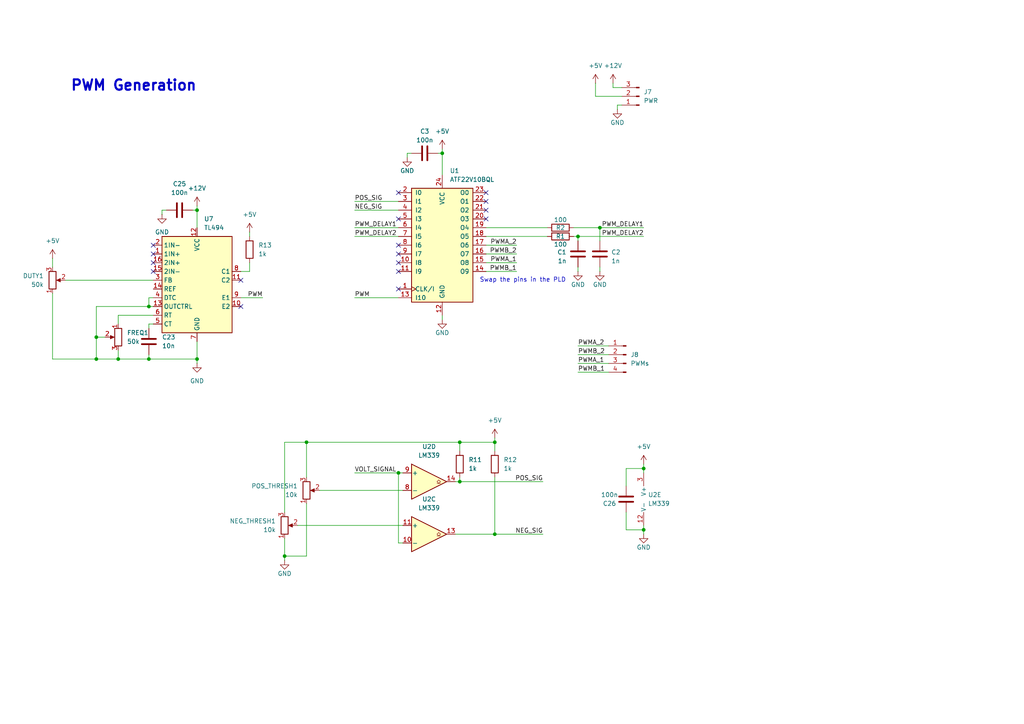
<source format=kicad_sch>
(kicad_sch (version 20231120) (generator "eeschema") (generator_version "8.0")
  (paper "A4")
  (lib_symbols
    (symbol "Amplifier_Operational:LM358" (pin_names (offset 0.127))
      (property "Reference" "U" (at 0 5.08 0))
      (property "Value" "LM358" (at 0 -5.08 0))
      (symbol "LM358_1_1"
        (polyline (pts (xy -5.08 5.08) (xy 5.08 0) (xy -5.08 -5.08) (xy -5.08 5.08)) (stroke (width 0.254)) (fill (type background)))
        (pin output line (at 7.62 0 180) (length 2.54) (name "~") (number "1"))
        (pin input line (at -7.62 -2.54 0) (length 2.54) (name "-") (number "2"))
        (pin input line (at -7.62 2.54 0) (length 2.54) (name "+") (number "3"))
      )
      (symbol "LM358_2_1"
        (polyline (pts (xy -5.08 5.08) (xy 5.08 0) (xy -5.08 -5.08) (xy -5.08 5.08)) (stroke (width 0.254)) (fill (type background)))
        (pin input line (at -7.62 2.54 0) (length 2.54) (name "+") (number "5"))
        (pin input line (at -7.62 -2.54 0) (length 2.54) (name "-") (number "6"))
        (pin output line (at 7.62 0 180) (length 2.54) (name "~") (number "7"))
      )
      (symbol "LM358_3_1"
        (pin power_in line (at -2.54 -7.62 90) (length 3.81) (name "V-") (number "4"))
        (pin power_in line (at -2.54 7.62 270) (length 3.81) (name "V+") (number "8"))
      )
    )
    (symbol "Comparator:LM339" (pin_names (offset 0.127))
      (property "Reference" "U" (at 0 5.08 0))
      (property "Value" "LM339" (at 0 -5.08 0))
      (symbol "LM339_1_1"
        (polyline (pts (xy -5.08 5.08) (xy 5.08 0) (xy -5.08 -5.08) (xy -5.08 5.08)) (stroke (width 0.254)) (fill (type background)))
        (polyline (pts (xy 3.302 -0.508) (xy 2.794 -0.508) (xy 3.302 0) (xy 2.794 0.508) (xy 2.286 0) (xy 2.794 -0.508) (xy 2.286 -0.508)) (stroke (width 0.127)))
        (pin open_collector line (at 7.62 0 180) (length 2.54) (name "~") (number "2"))
        (pin input line (at -7.62 -2.54 0) (length 2.54) (name "-") (number "4"))
        (pin input line (at -7.62 2.54 0) (length 2.54) (name "+") (number "5"))
      )
      (symbol "LM339_2_1"
        (polyline (pts (xy -5.08 5.08) (xy 5.08 0) (xy -5.08 -5.08) (xy -5.08 5.08)) (stroke (width 0.254)) (fill (type background)))
        (polyline (pts (xy 3.302 -0.508) (xy 2.794 -0.508) (xy 3.302 0) (xy 2.794 0.508) (xy 2.286 0) (xy 2.794 -0.508) (xy 2.286 -0.508)) (stroke (width 0.127)))
        (pin open_collector line (at 7.62 0 180) (length 2.54) (name "~") (number "1"))
        (pin input line (at -7.62 -2.54 0) (length 2.54) (name "-") (number "6"))
        (pin input line (at -7.62 2.54 0) (length 2.54) (name "+") (number "7"))
      )
      (symbol "LM339_3_1"
        (polyline (pts (xy -5.08 5.08) (xy 5.08 0) (xy -5.08 -5.08) (xy -5.08 5.08)) (stroke (width 0.254)) (fill (type background)))
        (polyline (pts (xy 3.302 -0.508) (xy 2.794 -0.508) (xy 3.302 0) (xy 2.794 0.508) (xy 2.286 0) (xy 2.794 -0.508) (xy 2.286 -0.508)) (stroke (width 0.127)))
        (pin input line (at -7.62 -2.54 0) (length 2.54) (name "-") (number "10"))
        (pin input line (at -7.62 2.54 0) (length 2.54) (name "+") (number "11"))
        (pin open_collector line (at 7.62 0 180) (length 2.54) (name "~") (number "13"))
      )
      (symbol "LM339_4_1"
        (polyline (pts (xy -5.08 5.08) (xy 5.08 0) (xy -5.08 -5.08) (xy -5.08 5.08)) (stroke (width 0.254)) (fill (type background)))
        (polyline (pts (xy 3.302 -0.508) (xy 2.794 -0.508) (xy 3.302 0) (xy 2.794 0.508) (xy 2.286 0) (xy 2.794 -0.508) (xy 2.286 -0.508)) (stroke (width 0.127)))
        (pin open_collector line (at 7.62 0 180) (length 2.54) (name "~") (number "14"))
        (pin input line (at -7.62 -2.54 0) (length 2.54) (name "-") (number "8"))
        (pin input line (at -7.62 2.54 0) (length 2.54) (name "+") (number "9"))
      )
      (symbol "LM339_5_1"
        (pin power_in line (at -2.54 -7.62 90) (length 3.81) (name "V-") (number "12"))
        (pin power_in line (at -2.54 7.62 270) (length 3.81) (name "V+") (number "3"))
      )
    )
    (symbol "Connector:Conn_01x02_Pin" (pin_names (offset 1.016) hide)
      (property "Reference" "J" (at 0 2.54 0))
      (property "Value" "Conn_01x02_Pin" (at 0 -5.08 0))
      (symbol "Conn_01x02_Pin_1_1"
        (polyline (pts (xy 1.27 -2.54) (xy 0.8636 -2.54)) (stroke (width 0.1524)))
        (polyline (pts (xy 1.27 0) (xy 0.8636 0)) (stroke (width 0.1524)))
        (rectangle (start 0.8636 -2.413) (end 0 -2.667) (stroke (width 0.1524)) (fill (type outline)))
        (rectangle (start 0.8636 0.127) (end 0 -0.127) (stroke (width 0.1524)) (fill (type outline)))
        (pin passive line (at 5.08 0 180) (length 3.81) (name "Pin_1") (number "1"))
        (pin passive line (at 5.08 -2.54 180) (length 3.81) (name "Pin_2") (number "2"))
      )
    )
    (symbol "Connector:Conn_01x03_Pin" (pin_names (offset 1.016) hide)
      (property "Reference" "J" (at 0 5.08 0))
      (property "Value" "Conn_01x03_Pin" (at 0 -5.08 0))
      (symbol "Conn_01x03_Pin_1_1"
        (polyline (pts (xy 1.27 -2.54) (xy 0.8636 -2.54)) (stroke (width 0.1524)))
        (polyline (pts (xy 1.27 0) (xy 0.8636 0)) (stroke (width 0.1524)))
        (polyline (pts (xy 1.27 2.54) (xy 0.8636 2.54)) (stroke (width 0.1524)))
        (rectangle (start 0.8636 -2.413) (end 0 -2.667) (stroke (width 0.1524)) (fill (type outline)))
        (rectangle (start 0.8636 0.127) (end 0 -0.127) (stroke (width 0.1524)) (fill (type outline)))
        (rectangle (start 0.8636 2.667) (end 0 2.413) (stroke (width 0.1524)) (fill (type outline)))
        (pin passive line (at 5.08 2.54 180) (length 3.81) (name "Pin_1") (number "1"))
        (pin passive line (at 5.08 0 180) (length 3.81) (name "Pin_2") (number "2"))
        (pin passive line (at 5.08 -2.54 180) (length 3.81) (name "Pin_3") (number "3"))
      )
    )
    (symbol "Connector:Conn_01x04_Pin" (pin_names (offset 1.016) hide)
      (property "Reference" "J" (at 0 5.08 0))
      (property "Value" "Conn_01x04_Pin" (at 0 -7.62 0))
      (symbol "Conn_01x04_Pin_1_1"
        (polyline (pts (xy 1.27 -5.08) (xy 0.8636 -5.08)) (stroke (width 0.1524)))
        (polyline (pts (xy 1.27 -2.54) (xy 0.8636 -2.54)) (stroke (width 0.1524)))
        (polyline (pts (xy 1.27 0) (xy 0.8636 0)) (stroke (width 0.1524)))
        (polyline (pts (xy 1.27 2.54) (xy 0.8636 2.54)) (stroke (width 0.1524)))
        (rectangle (start 0.8636 -4.953) (end 0 -5.207) (stroke (width 0.1524)) (fill (type outline)))
        (rectangle (start 0.8636 -2.413) (end 0 -2.667) (stroke (width 0.1524)) (fill (type outline)))
        (rectangle (start 0.8636 0.127) (end 0 -0.127) (stroke (width 0.1524)) (fill (type outline)))
        (rectangle (start 0.8636 2.667) (end 0 2.413) (stroke (width 0.1524)) (fill (type outline)))
        (pin passive line (at 5.08 2.54 180) (length 3.81) (name "Pin_1") (number "1"))
        (pin passive line (at 5.08 0 180) (length 3.81) (name "Pin_2") (number "2"))
        (pin passive line (at 5.08 -2.54 180) (length 3.81) (name "Pin_3") (number "3"))
        (pin passive line (at 5.08 -5.08 180) (length 3.81) (name "Pin_4") (number "4"))
      )
    )
    (symbol "Connector:Jack-DC" (pin_names (offset 1.016))
      (property "Reference" "J" (at 0 5.334 0))
      (property "Value" "Jack-DC" (at 0 -5.08 0))
      (symbol "Jack-DC_0_1"
        (rectangle (start -5.08 3.81) (end 5.08 -3.81) (stroke (width 0.254)) (fill (type background)))
        (arc (start -3.302 3.175) (mid -3.9342 2.54) (end -3.302 1.905) (stroke (width 0.254)))
        (arc (start -3.302 3.175) (mid -3.9342 2.54) (end -3.302 1.905) (stroke (width 0.254)) (fill (type outline)))
        (polyline (pts (xy 5.08 2.54) (xy 3.81 2.54)) (stroke (width 0.254)))
        (polyline (pts (xy -3.81 -2.54) (xy -2.54 -2.54) (xy -1.27 -1.27) (xy 0 -2.54) (xy 2.54 -2.54) (xy 5.08 -2.54)) (stroke (width 0.254)))
        (rectangle (start 3.683 3.175) (end -3.302 1.905) (stroke (width 0.254)) (fill (type outline)))
      )
      (symbol "Jack-DC_1_1"
        (pin passive line (at 7.62 2.54 180) (length 2.54) (name "~") (number "1"))
        (pin passive line (at 7.62 -2.54 180) (length 2.54) (name "~") (number "2"))
      )
    )
    (symbol "Device:C" (pin_numbers hide) (pin_names (offset 0.254))
      (property "Reference" "C" (at 0.635 2.54 0))
      (property "Value" "C" (at 0.635 -2.54 0))
      (symbol "C_0_1"
        (polyline (pts (xy -2.032 -0.762) (xy 2.032 -0.762)) (stroke (width 0.508)))
        (polyline (pts (xy -2.032 0.762) (xy 2.032 0.762)) (stroke (width 0.508)))
      )
      (symbol "C_1_1"
        (pin passive line (at 0 3.81 270) (length 2.794) (name "~") (number "1"))
        (pin passive line (at 0 -3.81 90) (length 2.794) (name "~") (number "2"))
      )
    )
    (symbol "Device:C_Polarized" (pin_numbers hide) (pin_names (offset 0.254))
      (property "Reference" "C" (at 0.635 2.54 0))
      (property "Value" "C_Polarized" (at 0.635 -2.54 0))
      (symbol "C_Polarized_0_1"
        (rectangle (start -2.286 0.508) (end 2.286 1.016))
        (polyline (pts (xy -1.778 2.286) (xy -0.762 2.286)))
        (polyline (pts (xy -1.27 2.794) (xy -1.27 1.778)))
        (rectangle (start 2.286 -0.508) (end -2.286 -1.016) (fill (type outline)))
      )
      (symbol "C_Polarized_1_1"
        (pin passive line (at 0 3.81 270) (length 2.794) (name "~") (number "1"))
        (pin passive line (at 0 -3.81 90) (length 2.794) (name "~") (number "2"))
      )
    )
    (symbol "Device:R" (pin_numbers hide) (pin_names (offset 0))
      (property "Reference" "R" (at 2.032 0 90))
      (property "Value" "R" (at 0 0 90))
      (symbol "R_0_1"
        (rectangle (start -1.016 -2.54) (end 1.016 2.54) (stroke (width 0.254)))
      )
      (symbol "R_1_1"
        (pin passive line (at 0 3.81 270) (length 1.27) (name "~") (number "1"))
        (pin passive line (at 0 -3.81 90) (length 1.27) (name "~") (number "2"))
      )
    )
    (symbol "Device:R_Potentiometer" (pin_names (offset 1.016) hide)
      (property "Reference" "RV" (at -4.445 0 90))
      (property "Value" "R_Potentiometer" (at -2.54 0 90))
      (symbol "R_Potentiometer_0_1"
        (polyline (pts (xy 2.54 0) (xy 1.524 0)))
        (polyline (pts (xy 1.143 0) (xy 2.286 0.508) (xy 2.286 -0.508) (xy 1.143 0)) (fill (type outline)))
        (rectangle (start 1.016 2.54) (end -1.016 -2.54) (stroke (width 0.254)))
      )
      (symbol "R_Potentiometer_1_1"
        (pin passive line (at 0 3.81 270) (length 1.27) (name "1") (number "1"))
        (pin passive line (at 3.81 0 180) (length 1.27) (name "2") (number "2"))
        (pin passive line (at 0 -3.81 90) (length 1.27) (name "3") (number "3"))
      )
    )
    (symbol "Logic_Programmable:PAL20RS10" (pin_names (offset 1.016))
      (property "Reference" "U1" (at 2.1941 21.59 0))
      (property "Value" "ATF22V10BQL" (at 2.1941 19.05 0))
      (symbol "PAL20RS10_0_1"
        (rectangle (start -8.89 -16.51) (end 8.89 16.51) (stroke (width 0.254)) (fill (type background)))
      )
      (symbol "PAL20RS10_1_1"
        (pin input clock (at -12.7 -12.7 0) (length 3.81) (name "CLK/I") (number "1"))
        (pin input line (at -12.7 -5.08 0) (length 3.81) (name "I8") (number "10"))
        (pin input line (at -12.7 -7.62 0) (length 3.81) (name "I9") (number "11"))
        (pin power_in line (at 0 -20.32 90) (length 3.81) (name "GND") (number "12"))
        (pin input line (at -12.7 -15.24 0) (length 3.81) (name "I10") (number "13"))
        (pin output line (at 12.7 -7.62 180) (length 3.81) (name "O9") (number "14"))
        (pin output line (at 12.7 -5.08 180) (length 3.81) (name "O8") (number "15"))
        (pin output line (at 12.7 -2.54 180) (length 3.81) (name "O7") (number "16"))
        (pin output line (at 12.7 0 180) (length 3.81) (name "O6") (number "17"))
        (pin output line (at 12.7 2.54 180) (length 3.81) (name "O5") (number "18"))
        (pin output line (at 12.7 5.08 180) (length 3.81) (name "O4") (number "19"))
        (pin input line (at -12.7 15.24 0) (length 3.81) (name "I0") (number "2"))
        (pin output line (at 12.7 7.62 180) (length 3.81) (name "O3") (number "20"))
        (pin output line (at 12.7 10.16 180) (length 3.81) (name "O2") (number "21"))
        (pin output line (at 12.7 12.7 180) (length 3.81) (name "O1") (number "22"))
        (pin output line (at 12.7 15.24 180) (length 3.81) (name "O0") (number "23"))
        (pin power_in line (at 0 20.32 270) (length 3.81) (name "VCC") (number "24"))
        (pin input line (at -12.7 12.7 0) (length 3.81) (name "I1") (number "3"))
        (pin input line (at -12.7 10.16 0) (length 3.81) (name "I2") (number "4"))
        (pin input line (at -12.7 7.62 0) (length 3.81) (name "I3") (number "5"))
        (pin input line (at -12.7 5.08 0) (length 3.81) (name "I4") (number "6"))
        (pin input line (at -12.7 2.54 0) (length 3.81) (name "I5") (number "7"))
        (pin input line (at -12.7 0 0) (length 3.81) (name "I6") (number "8"))
        (pin input line (at -12.7 -2.54 0) (length 3.81) (name "I7") (number "9"))
      )
    )
    (symbol "Regulator_Controller:TL494"
      (property "Reference" "U" (at 3.81 19.05 0))
      (property "Value" "TL494" (at 3.81 16.51 0))
      (symbol "TL494_0_1"
        (rectangle (start -10.16 -12.7) (end 10.16 15.24) (stroke (width 0.254)) (fill (type background)))
      )
      (symbol "TL494_1_1"
        (pin input line (at -12.7 10.16 0) (length 2.54) (name "1IN+") (number "1"))
        (pin passive line (at 12.7 -5.08 180) (length 2.54) (name "E2") (number "10"))
        (pin passive line (at 12.7 2.54 180) (length 2.54) (name "C2") (number "11"))
        (pin power_in line (at 0 17.78 270) (length 2.54) (name "VCC") (number "12"))
        (pin input line (at -12.7 -5.08 0) (length 2.54) (name "OUTCTRL") (number "13"))
        (pin power_out line (at -12.7 0 0) (length 2.54) (name "REF") (number "14"))
        (pin input line (at -12.7 5.08 0) (length 2.54) (name "2IN-") (number "15"))
        (pin input line (at -12.7 7.62 0) (length 2.54) (name "2IN+") (number "16"))
        (pin input line (at -12.7 12.7 0) (length 2.54) (name "1IN-") (number "2"))
        (pin output line (at -12.7 2.54 0) (length 2.54) (name "FB") (number "3"))
        (pin input line (at -12.7 -2.54 0) (length 2.54) (name "DTC") (number "4"))
        (pin passive line (at -12.7 -10.16 0) (length 2.54) (name "CT") (number "5"))
        (pin passive line (at -12.7 -7.62 0) (length 2.54) (name "RT") (number "6"))
        (pin power_in line (at 0 -15.24 90) (length 2.54) (name "GND") (number "7"))
        (pin passive line (at 12.7 5.08 180) (length 2.54) (name "C1") (number "8"))
        (pin passive line (at 12.7 -2.54 180) (length 2.54) (name "E1") (number "9"))
      )
    )
    (symbol "Regulator_Linear:L78L05_TO92" (pin_names (offset 0.254))
      (property "Reference" "U" (at -3.81 3.175 0))
      (property "Value" "L78L05_TO92" (at 0 3.175 0))
      (symbol "L78L05_TO92_0_1"
        (rectangle (start -5.08 -5.08) (end 5.08 1.905) (stroke (width 0.254)) (fill (type background)))
      )
      (symbol "L78L05_TO92_1_1"
        (pin power_out line (at 7.62 0 180) (length 2.54) (name "VO") (number "1"))
        (pin power_in line (at 0 -7.62 90) (length 2.54) (name "GND") (number "2"))
        (pin power_in line (at -7.62 0 0) (length 2.54) (name "VI") (number "3"))
      )
    )
    (symbol "power:+12V" (power) (pin_names (offset 0))
      (property "Value" "+12V" (at 0 3.556 0))
      (symbol "+12V_0_1"
        (polyline (pts (xy -0.762 1.27) (xy 0 2.54)))
        (polyline (pts (xy 0 0) (xy 0 2.54)))
        (polyline (pts (xy 0 2.54) (xy 0.762 1.27)))
      )
      (symbol "+12V_1_1"
        (pin power_in line (at 0 0 90) (length 0) hide (name "+12V") (number "1"))
      )
    )
    (symbol "power:+5V" (power) (pin_numbers hide) (pin_names (offset 0) hide)
      (property "Value" "+5V" (at 0 3.556 0))
      (symbol "+5V_0_1"
        (polyline (pts (xy -0.762 1.27) (xy 0 2.54)))
        (polyline (pts (xy 0 0) (xy 0 2.54)))
        (polyline (pts (xy 0 2.54) (xy 0.762 1.27)))
      )
      (symbol "+5V_1_1"
        (pin power_in line (at 0 0 90) (length 0) (name "~") (number "1"))
      )
    )
    (symbol "power:GND" (power) (pin_numbers hide) (pin_names (offset 0) hide)
      (property "Value" "GND" (at 0 -3.81 0))
      (symbol "GND_0_1"
        (polyline (pts (xy 0 0) (xy 0 -1.27) (xy 1.27 -1.27) (xy 0 -2.54) (xy -1.27 -1.27) (xy 0 -1.27)))
      )
      (symbol "GND_1_1"
        (pin power_in line (at 0 0 270) (length 0) (name "~") (number "1"))
      )
    )
  )
  (junction (at 77.47 -21.59))
  (junction (at 43.18 104.14))
  (junction (at 167.64 68.58))
  (junction (at 186.69 153.67))
  (junction (at 143.51 128.27))
  (junction (at 43.18 88.9))
  (junction (at 133.35 128.27))
  (junction (at 34.29 104.14))
  (junction (at 173.99 66.04))
  (junction (at 130.81 232.41))
  (junction (at 99.06 -21.59))
  (junction (at 128.27 44.45))
  (junction (at 130.81 250.19))
  (junction (at 27.94 104.14))
  (junction (at 133.35 139.7))
  (junction (at 88.9 128.27))
  (junction (at 57.15 104.14))
  (junction (at 186.69 229.87))
  (junction (at 82.55 161.29))
  (junction (at 177.8 229.87))
  (junction (at 194.31 229.87))
  (junction (at 88.9 -8.89))
  (junction (at 186.69 135.89))
  (junction (at 57.15 60.96))
  (junction (at 27.94 97.79))
  (junction (at 115.57 137.16))
  (junction (at 143.51 154.94))
  (junction (at 85.09 224.79))
  (no_connect (at 140.97 60.96))
  (no_connect (at 140.97 55.88))
  (no_connect (at 115.57 71.12))
  (no_connect (at 69.85 88.9))
  (no_connect (at 140.97 58.42))
  (no_connect (at 115.57 55.88))
  (no_connect (at 115.57 63.5))
  (no_connect (at 115.57 73.66))
  (no_connect (at 115.57 78.74))
  (no_connect (at 115.57 83.82))
  (no_connect (at 115.57 76.2))
  (no_connect (at 69.85 81.28))
  (no_connect (at 140.97 63.5))
  (no_connect (at 44.45 76.2))
  (no_connect (at 44.45 71.12))
  (no_connect (at 44.45 78.74))
  (no_connect (at 44.45 73.66))
  (wire (pts (xy 43.18 104.14) (xy 57.15 104.14)))
  (wire (pts (xy 85.09 224.79) (xy 85.09 226.06)))
  (wire (pts (xy 186.69 135.89) (xy 186.69 137.16)))
  (wire (pts (xy 82.55 128.27) (xy 88.9 128.27)))
  (wire (pts (xy 115.57 157.48) (xy 116.84 157.48)))
  (wire (pts (xy 86.36 152.4) (xy 116.84 152.4)))
  (wire (pts (xy 186.69 238.76) (xy 186.69 240.03)))
  (wire (pts (xy 140.97 66.04) (xy 158.75 66.04)))
  (wire (pts (xy 72.39 76.2) (xy 72.39 78.74)))
  (wire (pts (xy 115.57 137.16) (xy 115.57 157.48)))
  (wire (pts (xy 130.81 248.92) (xy 130.81 250.19)))
  (wire (pts (xy 85.09 224.79) (xy 86.36 224.79)))
  (wire (pts (xy 102.87 58.42) (xy 115.57 58.42)))
  (wire (pts (xy 166.37 68.58) (xy 167.64 68.58)))
  (wire (pts (xy 69.85 78.74) (xy 72.39 78.74)))
  (wire (pts (xy 176.53 100.33) (xy 167.64 100.33)))
  (wire (pts (xy 118.11 44.45) (xy 119.38 44.45)))
  (wire (pts (xy 130.81 232.41) (xy 130.81 233.68)))
  (wire (pts (xy 15.24 85.09) (xy 15.24 104.14)))
  (wire (pts (xy 152.4 222.25) (xy 152.4 223.52)))
  (wire (pts (xy 203.2 224.79) (xy 190.5 224.79)))
  (wire (pts (xy 88.9 128.27) (xy 88.9 138.43)))
  (wire (pts (xy 118.11 45.72) (xy 118.11 44.45)))
  (wire (pts (xy 173.99 77.47) (xy 173.99 78.74)))
  (wire (pts (xy 179.07 30.48) (xy 180.34 30.48)))
  (wire (pts (xy 92.71 142.24) (xy 116.84 142.24)))
  (wire (pts (xy 43.18 102.87) (xy 43.18 104.14)))
  (wire (pts (xy 128.27 91.44) (xy 128.27 92.71)))
  (wire (pts (xy 88.9 146.05) (xy 88.9 161.29)))
  (wire (pts (xy 88.9 -13.97) (xy 88.9 -8.89)))
  (wire (pts (xy 34.29 91.44) (xy 44.45 91.44)))
  (wire (pts (xy 133.35 138.43) (xy 133.35 139.7)))
  (wire (pts (xy 130.81 231.14) (xy 130.81 232.41)))
  (wire (pts (xy 27.94 97.79) (xy 30.48 97.79)))
  (wire (pts (xy 194.31 229.87) (xy 194.31 231.14)))
  (wire (pts (xy 194.31 238.76) (xy 194.31 240.03)))
  (wire (pts (xy 186.69 219.71) (xy 186.69 220.98)))
  (wire (pts (xy 172.72 24.13) (xy 172.72 27.94)))
  (wire (pts (xy 181.61 148.59) (xy 181.61 153.67)))
  (wire (pts (xy 143.51 138.43) (xy 143.51 154.94)))
  (wire (pts (xy 57.15 66.04) (xy 57.15 60.96)))
  (wire (pts (xy 186.69 154.94) (xy 186.69 153.67)))
  (wire (pts (xy 60.96 -15.24) (xy 60.96 -13.97)))
  (wire (pts (xy 210.82 223.52) (xy 209.55 223.52)))
  (wire (pts (xy 140.97 73.66) (xy 149.86 73.66)))
  (wire (pts (xy 59.69 -15.24) (xy 60.96 -15.24)))
  (wire (pts (xy 143.51 128.27) (xy 143.51 130.81)))
  (wire (pts (xy 167.64 77.47) (xy 167.64 78.74)))
  (wire (pts (xy 176.53 229.87) (xy 177.8 229.87)))
  (wire (pts (xy 55.88 60.96) (xy 57.15 60.96)))
  (wire (pts (xy 177.8 25.4) (xy 177.8 24.13)))
  (wire (pts (xy 82.55 148.59) (xy 82.55 128.27)))
  (wire (pts (xy 125.73 237.49) (xy 125.73 232.41)))
  (wire (pts (xy 27.94 88.9) (xy 27.94 97.79)))
  (wire (pts (xy 82.55 156.21) (xy 82.55 161.29)))
  (wire (pts (xy 140.97 76.2) (xy 149.86 76.2)))
  (wire (pts (xy 140.97 78.74) (xy 149.86 78.74)))
  (wire (pts (xy 186.69 229.87) (xy 186.69 231.14)))
  (wire (pts (xy 69.85 86.36) (xy 76.2 86.36)))
  (wire (pts (xy 102.87 68.58) (xy 115.57 68.58)))
  (wire (pts (xy 161.29 232.41) (xy 160.02 232.41)))
  (wire (pts (xy 167.64 68.58) (xy 186.69 68.58)))
  (wire (pts (xy 143.51 127) (xy 143.51 128.27)))
  (wire (pts (xy 160.02 237.49) (xy 177.8 237.49)))
  (wire (pts (xy 128.27 43.18) (xy 128.27 44.45)))
  (wire (pts (xy 127 44.45) (xy 128.27 44.45)))
  (wire (pts (xy 82.55 161.29) (xy 82.55 162.56)))
  (wire (pts (xy 167.64 68.58) (xy 167.64 69.85)))
  (wire (pts (xy 19.05 81.28) (xy 44.45 81.28)))
  (wire (pts (xy 27.94 88.9) (xy 43.18 88.9)))
  (wire (pts (xy 57.15 104.14) (xy 57.15 99.06)))
  (wire (pts (xy 209.55 229.87) (xy 209.55 226.06)))
  (wire (pts (xy 102.87 66.04) (xy 115.57 66.04)))
  (wire (pts (xy 99.06 -8.89) (xy 88.9 -8.89)))
  (wire (pts (xy 176.53 105.41) (xy 167.64 105.41)))
  (wire (pts (xy 43.18 93.98) (xy 43.18 95.25)))
  (wire (pts (xy 46.99 60.96) (xy 46.99 62.23)))
  (wire (pts (xy 133.35 128.27) (xy 133.35 130.81)))
  (wire (pts (xy 132.08 154.94) (xy 143.51 154.94)))
  (wire (pts (xy 209.55 226.06) (xy 210.82 226.06)))
  (wire (pts (xy 27.94 97.79) (xy 27.94 104.14)))
  (wire (pts (xy 133.35 139.7) (xy 157.48 139.7)))
  (wire (pts (xy 44.45 93.98) (xy 43.18 93.98)))
  (wire (pts (xy 186.69 152.4) (xy 186.69 153.67)))
  (wire (pts (xy 125.73 232.41) (xy 130.81 232.41)))
  (wire (pts (xy 85.09 219.71) (xy 85.09 224.79)))
  (wire (pts (xy 209.55 219.71) (xy 186.69 219.71)))
  (wire (pts (xy 177.8 237.49) (xy 177.8 229.87)))
  (wire (pts (xy 57.15 104.14) (xy 57.15 105.41)))
  (wire (pts (xy 172.72 27.94) (xy 180.34 27.94)))
  (wire (pts (xy 194.31 229.87) (xy 209.55 229.87)))
  (wire (pts (xy 34.29 101.6) (xy 34.29 104.14)))
  (wire (pts (xy 48.26 60.96) (xy 46.99 60.96)))
  (wire (pts (xy 128.27 44.45) (xy 128.27 50.8)))
  (wire (pts (xy 125.73 250.19) (xy 130.81 250.19)))
  (wire (pts (xy 133.35 139.7) (xy 132.08 139.7)))
  (wire (pts (xy 34.29 104.14) (xy 43.18 104.14)))
  (wire (pts (xy 130.81 251.46) (xy 130.81 250.19)))
  (wire (pts (xy 176.53 102.87) (xy 167.64 102.87)))
  (wire (pts (xy 96.52 -21.59) (xy 99.06 -21.59)))
  (wire (pts (xy 176.53 107.95) (xy 167.64 107.95)))
  (wire (pts (xy 143.51 154.94) (xy 157.48 154.94)))
  (wire (pts (xy 180.34 25.4) (xy 177.8 25.4)))
  (wire (pts (xy 173.99 66.04) (xy 186.69 66.04)))
  (wire (pts (xy 77.47 -8.89) (xy 88.9 -8.89)))
  (wire (pts (xy 15.24 74.93) (xy 15.24 77.47)))
  (wire (pts (xy 143.51 128.27) (xy 133.35 128.27)))
  (wire (pts (xy 102.87 137.16) (xy 115.57 137.16)))
  (wire (pts (xy 43.18 88.9) (xy 44.45 88.9)))
  (wire (pts (xy 209.55 219.71) (xy 209.55 223.52)))
  (wire (pts (xy 43.18 86.36) (xy 43.18 88.9)))
  (wire (pts (xy 173.99 69.85) (xy 173.99 66.04)))
  (wire (pts (xy 186.69 134.62) (xy 186.69 135.89)))
  (wire (pts (xy 160.02 232.41) (xy 160.02 237.49)))
  (wire (pts (xy 88.9 -8.89) (xy 88.9 -7.62)))
  (wire (pts (xy 99.06 -22.86) (xy 99.06 -21.59)))
  (wire (pts (xy 44.45 86.36) (xy 43.18 86.36)))
  (wire (pts (xy 77.47 -21.59) (xy 77.47 -19.05)))
  (wire (pts (xy 181.61 140.97) (xy 181.61 135.89)))
  (wire (pts (xy 77.47 -22.86) (xy 77.47 -21.59)))
  (wire (pts (xy 81.28 -21.59) (xy 77.47 -21.59)))
  (wire (pts (xy 140.97 71.12) (xy 149.86 71.12)))
  (wire (pts (xy 99.06 -8.89) (xy 99.06 -11.43)))
  (wire (pts (xy 102.87 86.36) (xy 115.57 86.36)))
  (wire (pts (xy 181.61 135.89) (xy 186.69 135.89)))
  (wire (pts (xy 88.9 128.27) (xy 133.35 128.27)))
  (wire (pts (xy 59.69 -20.32) (xy 60.96 -20.32)))
  (wire (pts (xy 125.73 245.11) (xy 125.73 250.19)))
  (wire (pts (xy 86.36 219.71) (xy 85.09 219.71)))
  (wire (pts (xy 34.29 91.44) (xy 34.29 93.98)))
  (wire (pts (xy 186.69 229.87) (xy 186.69 228.6)))
  (wire (pts (xy 82.55 161.29) (xy 88.9 161.29)))
  (wire (pts (xy 99.06 -21.59) (xy 99.06 -19.05)))
  (wire (pts (xy 57.15 59.69) (xy 57.15 60.96)))
  (wire (pts (xy 27.94 104.14) (xy 34.29 104.14)))
  (wire (pts (xy 15.24 104.14) (xy 27.94 104.14)))
  (wire (pts (xy 152.4 231.14) (xy 152.4 232.41)))
  (wire (pts (xy 177.8 229.87) (xy 186.69 229.87)))
  (wire (pts (xy 173.99 66.04) (xy 166.37 66.04)))
  (wire (pts (xy 60.96 -20.32) (xy 60.96 -21.59)))
  (wire (pts (xy 181.61 153.67) (xy 186.69 153.67)))
  (wire (pts (xy 77.47 -11.43) (xy 77.47 -8.89)))
  (wire (pts (xy 116.84 137.16) (xy 115.57 137.16)))
  (wire (pts (xy 140.97 68.58) (xy 158.75 68.58)))
  (wire (pts (xy 186.69 229.87) (xy 194.31 229.87)))
  (wire (pts (xy 72.39 67.31) (xy 72.39 68.58)))
  (wire (pts (xy 102.87 60.96) (xy 115.57 60.96)))
  (wire (pts (xy 179.07 31.75) (xy 179.07 30.48)))
  (wire (pts (xy 156.21 227.33) (xy 161.29 227.33)))
  (text "PWM Generation" (at 20.32 26.67 0) (effects (font (size 3 3) (thickness 0.6) (bold yes)) (justify left bottom)))
  (text "Swap the pins in the PLD" (at 151.638 81.28 0) (effects (font (size 1.27 1.27))))
  (label "PWMA_1" (at 167.64 105.41 0))
  (label "PWMA_2" (at 149.86 71.12 180))
  (label "PWM_DELAY1" (at 102.87 66.04 0))
  (label "PWMB_1" (at 149.86 78.74 180))
  (label "VOLT_SIGNAL" (at 102.87 137.16 0))
  (label "PWMB_1" (at 167.64 107.95 0))
  (label "PWM_DELAY1" (at 186.69 66.04 180))
  (label "POS_SIG" (at 102.87 58.42 0))
  (label "POS_SIG" (at 157.48 139.7 180))
  (label "PWMA_2" (at 167.64 100.33 0))
  (label "PWM_DELAY2" (at 102.87 68.58 0))
  (label "PWMA_1" (at 149.86 76.2 180))
  (label "PWM" (at 102.87 86.36 0))
  (label "PWMB_2" (at 149.86 73.66 180))
  (label "NEG_SIG" (at 157.48 154.94 180))
  (label "NEG_SIG" (at 102.87 60.96 0))
  (label "PWM" (at 76.2 86.36 180))
  (label "PWMB_2" (at 167.64 102.87 0))
  (label "VOLT_SIGNAL" (at 203.2 224.79 180))
  (label "PWM_DELAY2" (at 186.69 68.58 180))
  (symbol (lib_id "power:+5V") (at 128.27 43.18 0) (unit 1)
    (property "Reference" "#PWR05" (effects (hide yes)))
    (property "Value" "+5V" (at 128.27 38.1 0))
    (property "Description" "Power symbol creates a global label with name \"+5V\"" (effects (hide yes)))
  )
  (symbol (lib_id "Device:R_Potentiometer") (at 152.4 227.33 0) (mirror x) (unit 1)
    (property "Reference" "OFFSET1" (at 149.86 226.0599 0) (effects (justify right)))
    (property "Value" "10k" (at 149.86 228.5999 0) (effects (justify right)))
    (property "Footprint" "Potentiometer_THT:Potentiometer_Bourns_3296W_Vertical" (effects (hide yes)))
  )
  (symbol (lib_id "power:GND") (at 60.96 -13.97 0) (unit 1)
    (property "Reference" "#PWR033" (effects (hide yes)))
    (property "Value" "GND" (at 60.96 -8.89 0))
  )
  (symbol (lib_id "Device:C") (at 125.73 241.3 0) (mirror y) (unit 1)
    (property "Reference" "C29" (at 120.904 242.57 0))
    (property "Value" "100n" (at 120.904 240.03 0))
    (property "Footprint" "Capacitor_SMD:C_1206_3216Metric_Pad1.33x1.80mm_HandSolder" (effects (hide yes)))
  )
  (symbol (lib_id "Device:R_Potentiometer") (at 186.69 224.79 0) (mirror x) (unit 1)
    (property "Reference" "AC_VOLT_SIG1" (at 184.15 223.5199 0) (effects (justify right)))
    (property "Value" "10k" (at 184.15 226.0599 0) (effects (justify right)))
    (property "Footprint" "Potentiometer_THT:Potentiometer_Bourns_3296W_Vertical" (effects (hide yes)))
  )
  (symbol (lib_id "Comparator:LM339") (at 124.46 154.94 0) (unit 3)
    (property "Reference" "U2" (at 124.46 144.78 0))
    (property "Value" "LM339" (at 124.46 147.32 0))
    (property "Footprint" "Package_DIP:DIP-14_W7.62mm_LongPads" (effects (hide yes)))
    (property "Datasheet" "https://www.st.com/resource/en/datasheet/lm139.pdf" (effects (hide yes)))
    (property "Description" "Quad Differential Comparators, SOIC-14/TSSOP-14" (effects (hide yes)))
  )
  (symbol (lib_id "power:GND") (at 186.69 240.03 0) (unit 1)
    (property "Reference" "#PWR039" (effects (hide yes)))
    (property "Value" "GND" (at 186.69 243.84 0))
    (property "Description" "Power symbol creates a global label with name \"GND\" , ground" (effects (hide yes)))
  )
  (symbol (lib_id "Connector:Conn_01x03_Pin") (at 185.42 27.94 180) (unit 1)
    (property "Reference" "J7" (at 186.69 26.6699 0) (effects (justify right)))
    (property "Value" "PWR" (at 186.69 29.2099 0) (effects (justify right)))
    (property "Footprint" "Connector_PinHeader_2.54mm:PinHeader_1x03_P2.54mm_Vertical" (effects (hide yes)))
    (property "Description" "Generic connector, single row, 01x03, script generated" (effects (hide yes)))
  )
  (symbol (lib_id "Device:R_Potentiometer") (at 15.24 81.28 0) (mirror x) (unit 1)
    (property "Reference" "DUTY1" (at 12.7 80.0099 0) (effects (justify right)))
    (property "Value" "50k" (at 12.7 82.5499 0) (effects (justify right)))
    (property "Footprint" "Potentiometer_THT:Potentiometer_Bourns_3296W_Vertical" (effects (hide yes)))
  )
  (symbol (lib_id "Comparator:LM339") (at 189.23 144.78 0) (unit 5)
    (property "Reference" "U2" (at 187.96 143.5099 0) (effects (justify left)))
    (property "Value" "LM339" (at 187.96 146.0499 0) (effects (justify left)))
    (property "Footprint" "Package_DIP:DIP-14_W7.62mm_LongPads" (effects (hide yes)))
    (property "Datasheet" "https://www.st.com/resource/en/datasheet/lm139.pdf" (effects (hide yes)))
    (property "Description" "Quad Differential Comparators, SOIC-14/TSSOP-14" (effects (hide yes)))
  )
  (symbol (lib_id "power:GND") (at 46.99 62.23 0) (unit 1)
    (property "Reference" "#PWR024" (effects (hide yes)))
    (property "Value" "GND" (at 46.99 67.31 0))
  )
  (symbol (lib_id "power:+5V") (at 130.81 231.14 0) (mirror y) (unit 1)
    (property "Reference" "#PWR037" (effects (hide yes)))
    (property "Value" "+5V" (at 130.81 226.06 0))
    (property "Description" "Power symbol creates a global label with name \"+5V\"" (effects (hide yes)))
  )
  (symbol (lib_id "power:GND") (at 173.99 78.74 0) (unit 1)
    (property "Reference" "#PWR02" (effects (hide yes)))
    (property "Value" "GND" (at 173.99 82.55 0))
    (property "Description" "Power symbol creates a global label with name \"GND\" , ground" (effects (hide yes)))
  )
  (symbol (lib_id "Device:C") (at 52.07 60.96 90) (unit 1)
    (property "Reference" "C25" (at 52.07 53.34 90))
    (property "Value" "100n" (at 52.07 55.88 90))
    (property "Footprint" "Capacitor_SMD:C_1206_3216Metric_Pad1.33x1.80mm_HandSolder" (effects (hide yes)))
  )
  (symbol (lib_id "Device:R_Potentiometer") (at 88.9 142.24 0) (mirror x) (unit 1)
    (property "Reference" "POS_THRESH1" (at 86.36 140.9699 0) (effects (justify right)))
    (property "Value" "10k" (at 86.36 143.5099 0) (effects (justify right)))
    (property "Footprint" "Potentiometer_THT:Potentiometer_Bourns_3296W_Vertical" (effects (hide yes)))
  )
  (symbol (lib_id "power:+5V") (at 152.4 222.25 0) (mirror y) (unit 1)
    (property "Reference" "#PWR042" (effects (hide yes)))
    (property "Value" "+5V" (at 152.4 217.17 0))
    (property "Description" "Power symbol creates a global label with name \"+5V\"" (effects (hide yes)))
  )
  (symbol (lib_id "Device:R") (at 133.35 134.62 0) (unit 1)
    (property "Reference" "R11" (at 135.89 133.3499 0) (effects (justify left)))
    (property "Value" "1k" (at 135.89 135.8899 0) (effects (justify left)))
    (property "Footprint" "Resistor_THT:R_Axial_DIN0207_L6.3mm_D2.5mm_P2.54mm_Vertical" (effects (hide yes)))
    (property "Description" "Resistor" (effects (hide yes)))
  )
  (symbol (lib_id "power:+12V") (at 177.8 24.13 0) (unit 1)
    (property "Reference" "#PWR045" (effects (hide yes)))
    (property "Value" "+12V" (at 177.8 19.05 0))
  )
  (symbol (lib_id "Amplifier_Operational:LM358") (at 168.91 229.87 0) (unit 2)
    (property "Reference" "U9" (at 167.386 229.87 0))
    (property "Value" "LM358" (at 172.212 233.934 0))
    (property "Footprint" "Package_DIP:DIP-8_W7.62mm_LongPads" (effects (hide yes)))
    (property "Datasheet" "http://www.ti.com/lit/ds/symlink/lm2904-n.pdf" (effects (hide yes)))
    (property "Description" "Low-Power, Dual Operational Amplifiers, DIP-8/SOIC-8/TO-99-8" (effects (hide yes)))
  )
  (symbol (lib_id "Logic_Programmable:PAL20RS10") (at 128.27 71.12 0) (unit 1)
    (property "Reference" "U1" (at 130.4641 49.53 0) (effects (justify left)))
    (property "Value" "ATF22V10BQL" (at 130.4641 52.07 0) (effects (justify left)))
    (property "Footprint" "Package_DIP:DIP-24_W7.62mm_LongPads" (effects (hide yes)))
    (property "Description" "Programmable Logic Array, DIP-24 (Narrow)" (effects (hide yes)))
  )
  (symbol (lib_id "power:GND") (at 179.07 31.75 0) (unit 1)
    (property "Reference" "#PWR046" (effects (hide yes)))
    (property "Value" "GND" (at 179.07 35.56 0))
    (property "Description" "Power symbol creates a global label with name \"GND\" , ground" (effects (hide yes)))
  )
  (symbol (lib_id "power:+12V") (at 57.15 59.69 0) (unit 1)
    (property "Reference" "#PWR025" (effects (hide yes)))
    (property "Value" "+12V" (at 57.15 54.61 0))
  )
  (symbol (lib_id "Device:C") (at 173.99 73.66 0) (unit 1)
    (property "Reference" "C2" (at 177.292 73.152 0) (effects (justify left)))
    (property "Value" "1n" (at 177.292 75.692 0) (effects (justify left)))
    (property "Footprint" "Capacitor_THT:C_Rect_L7.0mm_W2.5mm_P5.00mm" (effects (hide yes)))
    (property "Description" "Unpolarized capacitor" (effects (hide yes)))
  )
  (symbol (lib_id "Device:C") (at 167.64 73.66 0) (mirror y) (unit 1)
    (property "Reference" "C1" (at 164.338 73.152 0) (effects (justify left)))
    (property "Value" "1n" (at 164.338 75.692 0) (effects (justify left)))
    (property "Footprint" "Capacitor_THT:C_Rect_L7.0mm_W2.5mm_P5.00mm" (effects (hide yes)))
    (property "Description" "Unpolarized capacitor" (effects (hide yes)))
  )
  (symbol (lib_id "Device:R") (at 72.39 72.39 0) (unit 1)
    (property "Reference" "R13" (at 74.93 71.1199 0) (effects (justify left)))
    (property "Value" "1k" (at 74.93 73.6599 0) (effects (justify left)))
    (property "Footprint" "Resistor_SMD:R_1206_3216Metric_Pad1.30x1.75mm_HandSolder" (effects (hide yes)))
    (property "Description" "Resistor" (effects (hide yes)))
  )
  (symbol (lib_id "Device:R") (at 162.56 68.58 90) (unit 1)
    (property "Reference" "R1" (at 162.56 68.58 90))
    (property "Value" "100" (at 162.56 70.866 90))
    (property "Footprint" "Resistor_SMD:R_1206_3216Metric_Pad1.30x1.75mm_HandSolder" (effects (hide yes)))
    (property "Description" "Resistor" (effects (hide yes)))
  )
  (symbol (lib_id "Device:R") (at 162.56 66.04 90) (mirror x) (unit 1)
    (property "Reference" "R2" (at 162.56 66.04 90))
    (property "Value" "100" (at 162.56 63.754 90))
    (property "Footprint" "Resistor_SMD:R_1206_3216Metric_Pad1.30x1.75mm_HandSolder" (effects (hide yes)))
    (property "Description" "Resistor" (effects (hide yes)))
  )
  (symbol (lib_id "power:+5V") (at 15.24 74.93 0) (mirror y) (unit 1)
    (property "Reference" "#PWR043" (effects (hide yes)))
    (property "Value" "+5V" (at 15.24 69.85 0))
    (property "Description" "Power symbol creates a global label with name \"+5V\"" (effects (hide yes)))
  )
  (symbol (lib_id "Connector:Conn_01x02_Pin") (at 215.9 223.52 0) (mirror y) (unit 1)
    (property "Reference" "J6" (at 217.17 223.5199 0) (effects (justify right)))
    (property "Value" "12V_TRANS" (at 217.17 226.0599 0) (effects (justify right)))
    (property "Footprint" "Connector_Molex:Molex_KK-254_AE-6410-02A_1x02_P2.54mm_Vertical" (effects (hide yes)))
    (property "Description" "Generic connector, single row, 01x02, script generated" (effects (hide yes)))
  )
  (symbol (lib_id "power:+5V") (at 143.51 127 0) (mirror y) (unit 1)
    (property "Reference" "#PWR028" (effects (hide yes)))
    (property "Value" "+5V" (at 143.51 121.92 0))
    (property "Description" "Power symbol creates a global label with name \"+5V\"" (effects (hide yes)))
  )
  (symbol (lib_id "power:+5V") (at 186.69 134.62 0) (mirror y) (unit 1)
    (property "Reference" "#PWR029" (effects (hide yes)))
    (property "Value" "+5V" (at 186.69 129.54 0))
    (property "Description" "Power symbol creates a global label with name \"+5V\"" (effects (hide yes)))
  )
  (symbol (lib_id "power:GND") (at 167.64 78.74 0) (unit 1)
    (property "Reference" "#PWR01" (effects (hide yes)))
    (property "Value" "GND" (at 167.64 82.55 0))
    (property "Description" "Power symbol creates a global label with name \"GND\" , ground" (effects (hide yes)))
  )
  (symbol (lib_id "Regulator_Linear:L78L05_TO92") (at 88.9 -21.59 0) (unit 1)
    (property "Reference" "U8" (at 88.9 -27.94 0))
    (property "Value" "L78L05_TO92" (at 88.9 -25.4 0))
    (property "Footprint" "Package_TO_SOT_THT:TO-92_Inline_Wide" (effects (hide yes)))
    (property "Datasheet" "http://www.st.com/content/ccc/resource/technical/document/datasheet/15/55/e5/aa/23/5b/43/fd/CD00000446.pdf/files/CD00000446.pdf/jcr:content/translations/en.CD00000446.pdf" (effects (hide yes)))
  )
  (symbol (lib_id "power:GND") (at 88.9 -7.62 0) (unit 1)
    (property "Reference" "#PWR035" (effects (hide yes)))
    (property "Value" "GND" (at 88.9 -2.54 0))
  )
  (symbol (lib_id "power:GND") (at 152.4 232.41 0) (unit 1)
    (property "Reference" "#PWR041" (effects (hide yes)))
    (property "Value" "GND" (at 152.4 236.22 0))
    (property "Description" "Power symbol creates a global label with name \"GND\" , ground" (effects (hide yes)))
  )
  (symbol (lib_id "Device:C") (at 99.06 -15.24 0) (unit 1)
    (property "Reference" "C28" (at 101.6 -16.51 0) (effects (justify left)))
    (property "Value" "1u" (at 101.6 -13.97 0) (effects (justify left)))
    (property "Footprint" "Capacitor_SMD:C_0603_1608Metric_Pad1.08x0.95mm_HandSolder" (effects (hide yes)))
  )
  (symbol (lib_id "power:GND") (at 186.69 154.94 0) (unit 1)
    (property "Reference" "#PWR030" (effects (hide yes)))
    (property "Value" "GND" (at 186.69 158.75 0))
    (property "Description" "Power symbol creates a global label with name \"GND\" , ground" (effects (hide yes)))
  )
  (symbol (lib_id "Device:C") (at 181.61 144.78 0) (mirror y) (unit 1)
    (property "Reference" "C26" (at 176.784 146.05 0))
    (property "Value" "100n" (at 176.784 143.51 0))
    (property "Footprint" "Capacitor_SMD:C_1206_3216Metric_Pad1.33x1.80mm_HandSolder" (effects (hide yes)))
  )
  (symbol (lib_id "Amplifier_Operational:LM358") (at 133.35 241.3 0) (unit 3)
    (property "Reference" "U9" (at 132.08 240.0299 0) (effects (justify left)))
    (property "Value" "LM358" (at 132.08 242.5699 0) (effects (justify left)))
    (property "Footprint" "Package_DIP:DIP-8_W7.62mm_LongPads" (effects (hide yes)))
    (property "Datasheet" "http://www.ti.com/lit/ds/symlink/lm2904-n.pdf" (effects (hide yes)))
    (property "Description" "Low-Power, Dual Operational Amplifiers, DIP-8/SOIC-8/TO-99-8" (effects (hide yes)))
  )
  (symbol (lib_id "power:+5V") (at 99.06 -22.86 0) (unit 1)
    (property "Reference" "#PWR036" (effects (hide yes)))
    (property "Value" "+5V" (at 99.06 -27.94 0))
  )
  (symbol (lib_id "power:GND") (at 85.09 226.06 0) (unit 1)
    (property "Reference" "#PWR06" (effects (hide yes)))
    (property "Value" "GND" (at 85.09 229.87 0))
    (property "Description" "Power symbol creates a global label with name \"GND\" , ground" (effects (hide yes)))
  )
  (symbol (lib_id "Amplifier_Operational:LM358") (at 93.98 222.25 0) (unit 1)
    (property "Reference" "U9" (at 92.456 222.504 0))
    (property "Value" "LM358" (at 96.266 227.076 0))
    (property "Footprint" "Package_DIP:DIP-8_W7.62mm_LongPads" (effects (hide yes)))
    (property "Datasheet" "http://www.ti.com/lit/ds/symlink/lm2904-n.pdf" (effects (hide yes)))
    (property "Description" "Low-Power, Dual Operational Amplifiers, DIP-8/SOIC-8/TO-99-8" (effects (hide yes)))
  )
  (symbol (lib_id "power:GND") (at 82.55 162.56 0) (unit 1)
    (property "Reference" "#PWR031" (effects (hide yes)))
    (property "Value" "GND" (at 82.55 166.37 0))
    (property "Description" "Power symbol creates a global label with name \"GND\" , ground" (effects (hide yes)))
  )
  (symbol (lib_id "Connector:Conn_01x04_Pin") (at 181.61 102.87 0) (mirror y) (unit 1)
    (property "Reference" "J8" (at 182.88 102.8699 0) (effects (justify right)))
    (property "Value" "PWMs" (at 182.88 105.4099 0) (effects (justify right)))
    (property "Footprint" "Connector_PinHeader_2.54mm:PinHeader_1x04_P2.54mm_Vertical" (effects (hide yes)))
    (property "Description" "Generic connector, single row, 01x04, script generated" (effects (hide yes)))
  )
  (symbol (lib_id "Device:R") (at 143.51 134.62 0) (unit 1)
    (property "Reference" "R12" (at 146.05 133.3499 0) (effects (justify left)))
    (property "Value" "1k" (at 146.05 135.8899 0) (effects (justify left)))
    (property "Footprint" "Resistor_THT:R_Axial_DIN0207_L6.3mm_D2.5mm_P5.08mm_Vertical" (effects (hide yes)))
    (property "Description" "Resistor" (effects (hide yes)))
  )
  (symbol (lib_id "Device:C") (at 123.19 44.45 90) (unit 1)
    (property "Reference" "C3" (at 123.19 38.1 90))
    (property "Value" "100n" (at 123.19 40.64 90))
    (property "Footprint" "Capacitor_SMD:C_1206_3216Metric_Pad1.33x1.80mm_HandSolder" (effects (hide yes)))
    (property "Description" "Unpolarized capacitor" (effects (hide yes)))
  )
  (symbol (lib_id "Comparator:LM339") (at 124.46 139.7 0) (unit 4)
    (property "Reference" "U2" (at 124.46 129.54 0))
    (property "Value" "LM339" (at 124.46 132.08 0))
    (property "Footprint" "Package_DIP:DIP-14_W7.62mm_LongPads" (effects (hide yes)))
    (property "Datasheet" "https://www.st.com/resource/en/datasheet/lm139.pdf" (effects (hide yes)))
    (property "Description" "Quad Differential Comparators, SOIC-14/TSSOP-14" (effects (hide yes)))
  )
  (symbol (lib_id "power:+5V") (at 172.72 24.13 0) (unit 1)
    (property "Reference" "#PWR044" (effects (hide yes)))
    (property "Value" "+5V" (at 172.72 19.05 0))
    (property "Description" "Power symbol creates a global label with name \"+5V\"" (effects (hide yes)))
  )
  (symbol (lib_id "power:GND") (at 57.15 105.41 0) (unit 1)
    (property "Reference" "#PWR026" (effects (hide yes)))
    (property "Value" "GND" (at 57.15 110.49 0))
  )
  (symbol (lib_id "power:GND") (at 194.31 240.03 0) (unit 1)
    (property "Reference" "#PWR040" (effects (hide yes)))
    (property "Value" "GND" (at 194.31 243.84 0))
    (property "Description" "Power symbol creates a global label with name \"GND\" , ground" (effects (hide yes)))
  )
  (symbol (lib_id "Device:C") (at 43.18 99.06 0) (unit 1)
    (property "Reference" "C23" (at 46.99 97.7899 0) (effects (justify left)))
    (property "Value" "10n" (at 46.99 100.3299 0) (effects (justify left)))
    (property "Footprint" "Capacitor_THT:C_Rect_L7.0mm_W2.5mm_P5.00mm" (effects (hide yes)))
  )
  (symbol (lib_id "power:GND") (at 118.11 45.72 0) (unit 1)
    (property "Reference" "#PWR04" (effects (hide yes)))
    (property "Value" "GND" (at 118.11 49.53 0))
    (property "Description" "Power symbol creates a global label with name \"GND\" , ground" (effects (hide yes)))
  )
  (symbol (lib_id "Regulator_Controller:TL494") (at 57.15 83.82 0) (unit 1)
    (property "Reference" "U7" (at 59.1694 63.5 0) (effects (justify left)))
    (property "Value" "TL494" (at 59.1694 66.04 0) (effects (justify left)))
    (property "Footprint" "Package_DIP:DIP-16_W7.62mm_LongPads" (effects (hide yes)))
    (property "Datasheet" "http://www.ti.com/lit/ds/symlink/tl494.pdf" (effects (hide yes)))
  )
  (symbol (lib_id "Device:C") (at 186.69 234.95 0) (mirror y) (unit 1)
    (property "Reference" "C30" (at 181.864 236.22 0))
    (property "Value" "100n" (at 181.864 233.68 0))
    (property "Footprint" "Capacitor_SMD:C_1206_3216Metric_Pad1.33x1.80mm_HandSolder" (effects (hide yes)))
  )
  (symbol (lib_id "power:GND") (at 130.81 251.46 0) (unit 1)
    (property "Reference" "#PWR038" (effects (hide yes)))
    (property "Value" "GND" (at 130.81 255.27 0))
    (property "Description" "Power symbol creates a global label with name \"GND\" , ground" (effects (hide yes)))
  )
  (symbol (lib_id "power:+5V") (at 72.39 67.31 0) (unit 1)
    (property "Reference" "#PWR027" (effects (hide yes)))
    (property "Value" "+5V" (at 72.39 62.23 0))
    (property "Description" "Power symbol creates a global label with name \"+5V\"" (effects (hide yes)))
  )
  (symbol (lib_id "power:+12V") (at 77.47 -22.86 0) (unit 1)
    (property "Reference" "#PWR034" (effects (hide yes)))
    (property "Value" "+12V" (at 77.47 -27.94 0))
  )
  (symbol (lib_id "Device:C_Polarized") (at 194.31 234.95 0) (unit 1)
    (property "Reference" "C31" (at 198.12 232.7909 0) (effects (justify left)))
    (property "Value" "10u" (at 198.12 235.3309 0) (effects (justify left)))
    (property "Footprint" "Capacitor_THT:CP_Radial_D5.0mm_P2.50mm" (effects (hide yes)))
    (property "Description" "Polarized capacitor" (effects (hide yes)))
  )
  (symbol (lib_id "power:GND") (at 128.27 92.71 0) (unit 1)
    (property "Reference" "#PWR03" (effects (hide yes)))
    (property "Value" "GND" (at 128.27 96.52 0))
    (property "Description" "Power symbol creates a global label with name \"GND\" , ground" (effects (hide yes)))
  )
  (symbol (lib_id "Connector:Jack-DC") (at 52.07 -17.78 0) (unit 1)
    (property "Reference" "J5" (at 52.07 -26.67 0))
    (property "Value" "Jack-DC" (at 52.07 -24.13 0))
    (property "Footprint" "Connector_BarrelJack:BarrelJack_GCT_DCJ200-10-A_Horizontal" (effects (hide yes)))
  )
  (symbol (lib_id "Device:C") (at 77.47 -15.24 0) (unit 1)
    (property "Reference" "C27" (at 80.01 -16.51 0) (effects (justify left)))
    (property "Value" "1u" (at 80.01 -13.97 0) (effects (justify left)))
    (property "Footprint" "Capacitor_SMD:C_0603_1608Metric_Pad1.08x0.95mm_HandSolder" (effects (hide yes)))
  )
  (symbol (lib_id "power:+12V") (at 60.96 -21.59 0) (unit 1)
    (property "Reference" "#PWR032" (effects (hide yes)))
    (property "Value" "+12V" (at 60.96 -26.67 0))
  )
  (symbol (lib_id "Device:R_Potentiometer") (at 34.29 97.79 0) (mirror y) (unit 1)
    (property "Reference" "FREQ1" (at 36.83 96.5199 0) (effects (justify right)))
    (property "Value" "50k" (at 36.83 99.0599 0) (effects (justify right)))
    (property "Footprint" "Potentiometer_THT:Potentiometer_Bourns_3296W_Vertical" (effects (hide yes)))
  )
  (symbol (lib_id "Device:R_Potentiometer") (at 82.55 152.4 0) (mirror x) (unit 1)
    (property "Reference" "NEG_THRESH1" (at 80.01 151.1299 0) (effects (justify right)))
    (property "Value" "10k" (at 80.01 153.6699 0) (effects (justify right)))
    (property "Footprint" "Potentiometer_THT:Potentiometer_Bourns_3296W_Vertical" (effects (hide yes)))
  )
)
</source>
